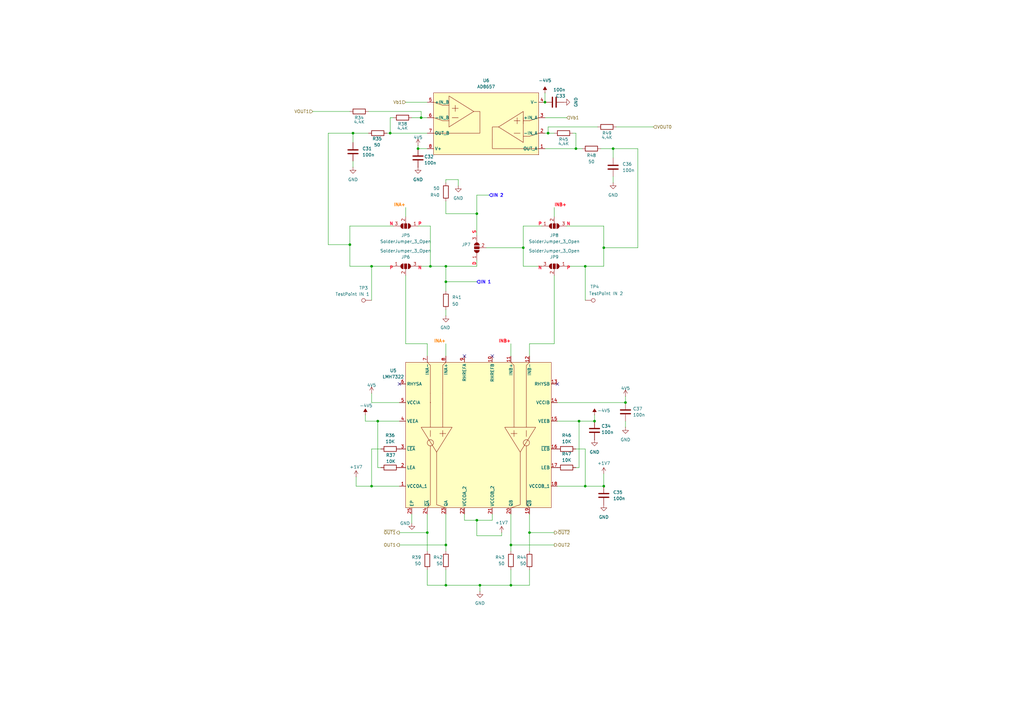
<source format=kicad_sch>
(kicad_sch (version 20231120) (generator "eeschema") (generator_version "8.0")
  (paper "A3")
  (lib_symbols
    (symbol "Connector:TestPoint" (pin_numbers hide) (pin_names (offset 0.762) hide)
      (property "Reference" "TP" (at 0 6.858 0))
      (property "Value" "TestPoint" (at 0 5.08 0))
      (symbol "TestPoint_0_1"
        (circle (center 0 3.302) (radius 0.762))
      )
      (symbol "TestPoint_1_1"
        (pin passive line (at 0 0 90) (length 2.54) (name "1") (number "1"))
      )
    )
    (symbol "Device:C" (pin_numbers hide) (pin_names (offset 0.254))
      (property "Reference" "C" (at 0.635 2.54 0))
      (property "Value" "C" (at 0.635 -2.54 0))
      (symbol "C_0_1"
        (polyline (pts (xy -2.032 -0.762) (xy 2.032 -0.762)) (stroke (width 0.508)))
        (polyline (pts (xy -2.032 0.762) (xy 2.032 0.762)) (stroke (width 0.508)))
      )
      (symbol "C_1_1"
        (pin passive line (at 0 3.81 270) (length 2.794) (name "~") (number "1"))
        (pin passive line (at 0 -3.81 90) (length 2.794) (name "~") (number "2"))
      )
    )
    (symbol "Device:R" (pin_numbers hide) (pin_names (offset 0))
      (property "Reference" "R" (at 2.032 0 90))
      (property "Value" "R" (at 0 0 90))
      (symbol "R_0_1"
        (rectangle (start -1.016 -2.54) (end 1.016 2.54) (stroke (width 0.254)))
      )
      (symbol "R_1_1"
        (pin passive line (at 0 3.81 270) (length 1.27) (name "~") (number "1"))
        (pin passive line (at 0 -3.81 90) (length 1.27) (name "~") (number "2"))
      )
    )
    (symbol "SolderJumper_3_Open_3" (pin_names (offset 0) hide) (exclude_from_sim yes) (in_bom no)
      (property "Reference" "JP" (at -2.54 -2.54 0))
      (property "Value" "SolderJumper_3_Open" (at 0 2.794 0))
      (symbol "SolderJumper_3_Open_3_0_1"
        (arc (start -1.016 1.016) (mid -2.0276 0) (end -1.016 -1.016))
        (arc (start -1.016 1.016) (mid -2.0276 0) (end -1.016 -1.016) (fill (type outline)))
        (rectangle (start -0.508 1.016) (end 0.508 -1.016) (fill (type outline)))
        (polyline (pts (xy -2.54 0) (xy -2.032 0)))
        (polyline (pts (xy -1.016 1.016) (xy -1.016 -1.016)))
        (polyline (pts (xy 0 -1.27) (xy 0 -1.016)))
        (polyline (pts (xy 1.016 1.016) (xy 1.016 -1.016)))
        (polyline (pts (xy 2.54 0) (xy 2.032 0)))
        (arc (start 1.016 -1.016) (mid 2.0276 0) (end 1.016 1.016))
        (arc (start 1.016 -1.016) (mid 2.0276 0) (end 1.016 1.016) (fill (type outline)))
      )
      (symbol "SolderJumper_3_Open_3_1_1"
        (pin passive line (at -5.08 0 0) (length 2.54) (name "A") (number "1"))
        (pin passive line (at 0 -3.81 90) (length 2.54) (name "C") (number "2"))
        (pin passive line (at 5.08 0 180) (length 2.54) (name "B") (number "3"))
      )
    )
    (symbol "power:+1V2" (power) (pin_numbers hide) (pin_names (offset 0) hide)
      (property "Value" "+1V2" (at 0 3.556 0))
      (symbol "+1V2_0_1"
        (polyline (pts (xy -0.762 1.27) (xy 0 2.54)))
        (polyline (pts (xy 0 0) (xy 0 2.54)))
        (polyline (pts (xy 0 2.54) (xy 0.762 1.27)))
      )
      (symbol "+1V2_1_1"
        (pin power_in line (at 0 0 90) (length 0) (name "~") (number "1"))
      )
    )
    (symbol "power:+8V" (power) (pin_numbers hide) (pin_names (offset 0) hide)
      (property "Value" "+8V" (at 0 3.556 0))
      (symbol "+8V_0_1"
        (polyline (pts (xy -0.762 1.27) (xy 0 2.54)))
        (polyline (pts (xy 0 0) (xy 0 2.54)))
        (polyline (pts (xy 0 2.54) (xy 0.762 1.27)))
      )
      (symbol "+8V_1_1"
        (pin power_in line (at 0 0 90) (length 0) (name "~") (number "1"))
      )
    )
    (symbol "power:-8V" (power) (pin_numbers hide) (pin_names (offset 0) hide)
      (property "Value" "-8V" (at 0 3.556 0))
      (symbol "-8V_0_0"
        (pin power_in line (at 0 0 90) (length 0) (name "~") (number "1"))
      )
      (symbol "-8V_0_1"
        (polyline (pts (xy 0 0) (xy 0 1.27) (xy 0.762 1.27) (xy 0 2.54) (xy -0.762 1.27) (xy 0 1.27)) (fill (type outline)))
      )
    )
    (symbol "power:GND" (power) (pin_numbers hide) (pin_names (offset 0) hide)
      (property "Value" "GND" (at 0 -3.81 0))
      (symbol "GND_0_1"
        (polyline (pts (xy 0 0) (xy 0 -1.27) (xy 1.27 -1.27) (xy 0 -2.54) (xy -1.27 -1.27) (xy 0 -1.27)))
      )
      (symbol "GND_1_1"
        (pin power_in line (at 0 0 270) (length 0) (name "~") (number "1"))
      )
    )
    (symbol "prova:AD8657"
      (property "Reference" "U" (at 9.906 3.556 0))
      (property "Value" "AD8657" (at 10.16 5.842 0))
      (symbol "AD8657_0_1"
        (polyline (pts (xy 12.7 17.78) (xy 12.7 20.32)))
        (polyline (pts (xy 13.97 19.05) (xy 16.51 19.05)))
        (polyline (pts (xy 13.97 24.13) (xy 16.51 24.13)))
        (polyline (pts (xy 15.24 20.32) (xy 15.24 17.78)))
        (polyline (pts (xy 16.51 19.05) (xy 16.51 19.05)))
        (polyline (pts (xy 36.83 17.78) (xy 36.83 17.78)))
        (polyline (pts (xy 39.37 13.97) (xy 41.91 13.97)))
        (polyline (pts (xy 39.37 17.78) (xy 41.91 17.78)))
        (polyline (pts (xy 40.64 15.24) (xy 40.64 12.7)))
      )
      (symbol "AD8657_1_1"
        (polyline (pts (xy 6.35 17.78) (xy 10.16 19.05)))
        (polyline (pts (xy 10.16 25.4) (xy 6.35 24.13)))
        (polyline (pts (xy 11.43 19.05) (xy 10.16 19.05)))
        (polyline (pts (xy 11.43 19.05) (xy 12.7 19.05)))
        (polyline (pts (xy 11.43 25.4) (xy 10.16 25.4)))
        (polyline (pts (xy 11.43 25.4) (xy 12.7 25.4)))
        (polyline (pts (xy 22.86 21.59) (xy 25.4 21.59) (xy 25.4 26.67)))
        (polyline (pts (xy 25.4 26.67) (xy 25.4 30.48) (xy 6.35 30.48)))
        (polyline (pts (xy 49.53 11.43) (xy 45.72 12.7) (xy 43.18 12.7)))
        (polyline (pts (xy 49.53 17.78) (xy 45.72 19.05) (xy 43.18 19.05)))
        (polyline (pts (xy 12.7 15.24) (xy 12.7 27.94) (xy 22.86 21.59) (xy 12.7 15.24)))
        (polyline (pts (xy 33.02 15.24) (xy 30.48 15.24) (xy 30.48 24.13) (xy 49.53 24.13)))
        (polyline (pts (xy 43.18 21.59) (xy 43.18 8.89) (xy 33.02 15.24) (xy 43.18 21.59)))
        (rectangle (start 6.35 33.02) (end 49.53 7.62) (fill (type background)))
        (pin output line (at 3.81 30.48 0) (length 2.54) (name "OUT_A") (number "1"))
        (pin input line (at 3.81 24.13 0) (length 2.54) (name "-IN_A") (number "2"))
        (pin input line (at 3.81 17.78 0) (length 2.54) (name "+IN_A") (number "3"))
        (pin input line (at 3.81 11.43 0) (length 2.54) (name "V-") (number "4"))
        (pin input line (at 52.07 11.43 180) (length 2.54) (name "+IN_B") (number "5"))
        (pin input line (at 52.07 17.78 180) (length 2.54) (name "-IN_B") (number "6"))
        (pin input line (at 52.07 24.13 180) (length 2.54) (name "OUT_B") (number "7"))
        (pin input line (at 52.07 30.48 180) (length 2.54) (name "V+") (number "8"))
      )
    )
    (symbol "prova:LMH7322"
      (property "Reference" "U" (at 11.684 8.89 0))
      (property "Value" "LMH7322" (at 20.32 16.51 0))
      (symbol "LMH7322_0_1"
        (circle (center -8.89 -5.08) (radius 0.0001))
        (circle (center -8.89 11.43) (radius 1.27))
        (polyline (pts (xy -8.89 -8.89) (xy -8.89 5.08)))
        (polyline (pts (xy -8.89 8.89) (xy -8.89 6.35)))
        (polyline (pts (xy -3.81 -8.89) (xy -3.81 5.08)))
        (polyline (pts (xy -3.81 8.89) (xy -3.81 6.35)))
        (polyline (pts (xy -2.54 7.62) (xy -5.08 7.62)))
        (polyline (pts (xy 25.4 8.89) (xy 25.4 6.35)))
        (polyline (pts (xy 26.67 7.62) (xy 24.13 7.62)))
        (polyline (pts (xy 30.48 -2.54) (xy 30.48 -2.54)))
        (polyline (pts (xy 30.48 8.89) (xy 30.48 6.35)))
        (polyline (pts (xy -8.89 -8.89) (xy -8.89 -20.32) (xy -10.16 -21.59)))
        (polyline (pts (xy -8.89 12.7) (xy -8.89 36.83) (xy -10.16 38.1)))
        (polyline (pts (xy -6.35 15.24) (xy -6.35 36.83) (xy -2.54 38.1)))
        (polyline (pts (xy -3.81 -8.89) (xy -3.81 -20.32) (xy -2.54 -21.59)))
        (polyline (pts (xy 27.94 15.24) (xy 27.94 36.83) (xy 24.13 38.1)))
        (polyline (pts (xy 30.48 12.7) (xy 30.48 36.83) (xy 31.75 38.1)))
        (circle (center 30.48 11.43) (radius 1.27))
      )
      (symbol "LMH7322_1_1"
        (rectangle (start -19.05 38.1) (end 40.64 -21.59) (fill (type background)))
        (polyline (pts (xy 0 5.08) (xy -12.7 5.08) (xy -6.35 15.24) (xy 0 5.08)))
        (polyline (pts (xy 24.13 -21.59) (xy 25.4 -20.32) (xy 25.4 -16.51) (xy 25.4 5.08)) (fill (type background)))
        (polyline (pts (xy 30.48 5.08) (xy 30.48 -16.51) (xy 30.48 -20.32) (xy 31.75 -21.59)) (fill (type background)))
        (polyline (pts (xy 34.29 5.08) (xy 21.59 5.08) (xy 27.94 15.24) (xy 34.29 5.08)) (fill (type background)))
        (pin input line (at -21.59 29.21 0) (length 2.54) (name "VCCOA_1") (number "1"))
        (pin input line (at 16.51 -24.13 90) (length 2.54) (name "RHREFB") (number "10"))
        (pin input line (at 24.13 -24.13 90) (length 2.54) (name "INB+") (number "11"))
        (pin input line (at 31.75 -24.13 90) (length 2.54) (name "INB-") (number "12"))
        (pin input line (at 43.18 -12.7 180) (length 2.54) (name "RHYSB") (number "13"))
        (pin input line (at 43.18 -5.08 180) (length 2.54) (name "VCCIB") (number "14"))
        (pin input line (at 43.18 2.54 180) (length 2.54) (name "VEEB") (number "15"))
        (pin input line (at 43.18 13.97 180) (length 2.54) (name "~{LEB}") (number "16"))
        (pin input line (at 43.18 21.59 180) (length 2.54) (name "LEB") (number "17"))
        (pin input line (at 43.18 29.21 180) (length 2.54) (name "VCCOB_1") (number "18"))
        (pin output line (at 31.75 40.64 270) (length 2.54) (name "~{QB}") (number "19"))
        (pin input line (at -21.59 21.59 0) (length 2.54) (name "LEA") (number "2"))
        (pin output line (at 24.13 40.64 270) (length 2.54) (name "QB") (number "20"))
        (pin input line (at 16.51 40.64 270) (length 2.54) (name "VCCOB_2") (number "21"))
        (pin input line (at 5.08 40.64 270) (length 2.54) (name "VCCOA_2") (number "22"))
        (pin output line (at -2.54 40.64 270) (length 2.54) (name "QA") (number "23"))
        (pin output line (at -10.16 40.64 270) (length 2.54) (name "~{QA}") (number "24"))
        (pin passive line (at -16.51 40.64 270) (length 2.54) (name "EP") (number "25"))
        (pin input line (at -21.59 13.97 0) (length 2.54) (name "~{LEA}") (number "3"))
        (pin input line (at -21.59 2.54 0) (length 2.54) (name "VEEA") (number "4"))
        (pin input line (at -21.59 -5.08 0) (length 2.54) (name "VCCIA") (number "5"))
        (pin input line (at -21.59 -12.7 0) (length 2.54) (name "RHYSA") (number "6"))
        (pin input line (at -10.16 -24.13 90) (length 2.54) (name "INA-") (number "7"))
        (pin input line (at -2.54 -24.13 90) (length 2.54) (name "INA+") (number "8"))
        (pin input line (at 5.08 -24.13 90) (length 2.54) (name "RHREFA") (number "9"))
      )
    )
  )
  (junction (at 209.55 223.52))
  (junction (at 160.02 54.61))
  (junction (at 196.85 240.03))
  (junction (at 240.03 199.39))
  (junction (at 195.58 213.36))
  (junction (at 209.55 240.03))
  (junction (at 182.88 109.22))
  (junction (at 251.46 60.96))
  (junction (at 171.45 60.96))
  (junction (at 175.26 218.44))
  (junction (at 176.53 109.22))
  (junction (at 256.54 165.1))
  (junction (at 247.65 101.6))
  (junction (at 214.63 101.6))
  (junction (at 240.03 109.22))
  (junction (at 217.17 218.44))
  (junction (at 182.88 240.03))
  (junction (at 237.49 172.72))
  (junction (at 144.78 54.61))
  (junction (at 224.79 54.61))
  (junction (at 223.52 41.91))
  (junction (at 236.22 60.96))
  (junction (at 243.84 172.72))
  (junction (at 182.88 115.57))
  (junction (at 182.88 223.52))
  (junction (at 154.94 172.72))
  (junction (at 195.58 87.63))
  (junction (at 247.65 199.39))
  (junction (at 143.51 100.33))
  (junction (at 152.4 199.39))
  (junction (at 152.4 109.22))
  (junction (at 172.72 48.26))
  (no_connect (at 163.83 157.48))
  (no_connect (at 190.5 146.05))
  (no_connect (at 228.6 157.48))
  (no_connect (at 201.93 146.05))
  (wire (pts (xy 205.74 218.44) (xy 205.74 219.71)))
  (wire (pts (xy 236.22 184.15) (xy 240.03 184.15)))
  (wire (pts (xy 214.63 92.71) (xy 214.63 101.6)))
  (wire (pts (xy 182.88 223.52) (xy 182.88 226.06)))
  (wire (pts (xy 182.88 127) (xy 182.88 129.54)))
  (wire (pts (xy 247.65 199.39) (xy 247.65 194.31)))
  (wire (pts (xy 182.88 115.57) (xy 195.58 115.57)))
  (wire (pts (xy 227.33 218.44) (xy 217.17 218.44)))
  (wire (pts (xy 240.03 109.22) (xy 247.65 109.22)))
  (wire (pts (xy 163.83 199.39) (xy 152.4 199.39)))
  (wire (pts (xy 182.88 223.52) (xy 163.83 223.52)))
  (wire (pts (xy 158.75 54.61) (xy 160.02 54.61)))
  (wire (pts (xy 190.5 213.36) (xy 190.5 210.82)))
  (wire (pts (xy 247.65 101.6) (xy 247.65 109.22)))
  (wire (pts (xy 199.39 101.6) (xy 214.63 101.6)))
  (wire (pts (xy 232.41 92.71) (xy 247.65 92.71)))
  (wire (pts (xy 182.88 119.38) (xy 182.88 115.57)))
  (wire (pts (xy 227.33 223.52) (xy 209.55 223.52)))
  (wire (pts (xy 217.17 240.03) (xy 209.55 240.03)))
  (wire (pts (xy 201.93 213.36) (xy 201.93 210.82)))
  (wire (pts (xy 240.03 199.39) (xy 228.6 199.39)))
  (wire (pts (xy 182.88 73.66) (xy 187.96 73.66)))
  (wire (pts (xy 175.26 60.96) (xy 171.45 60.96)))
  (wire (pts (xy 143.51 109.22) (xy 152.4 109.22)))
  (wire (pts (xy 209.55 223.52) (xy 209.55 226.06)))
  (wire (pts (xy 175.26 210.82) (xy 175.26 218.44)))
  (wire (pts (xy 236.22 54.61) (xy 236.22 60.96)))
  (wire (pts (xy 182.88 210.82) (xy 182.88 223.52)))
  (wire (pts (xy 154.94 191.77) (xy 154.94 172.72)))
  (wire (pts (xy 152.4 199.39) (xy 146.05 199.39)))
  (wire (pts (xy 190.5 213.36) (xy 195.58 213.36)))
  (wire (pts (xy 154.94 172.72) (xy 149.86 172.72)))
  (wire (pts (xy 195.58 109.22) (xy 182.88 109.22)))
  (wire (pts (xy 217.17 146.05) (xy 217.17 140.97)))
  (wire (pts (xy 152.4 165.1) (xy 163.83 165.1)))
  (wire (pts (xy 166.37 140.97) (xy 175.26 140.97)))
  (wire (pts (xy 217.17 218.44) (xy 217.17 226.06)))
  (wire (pts (xy 217.17 233.68) (xy 217.17 240.03)))
  (wire (pts (xy 195.58 80.01) (xy 195.58 87.63)))
  (wire (pts (xy 214.63 109.22) (xy 222.25 109.22)))
  (wire (pts (xy 251.46 64.77) (xy 251.46 60.96)))
  (wire (pts (xy 223.52 60.96) (xy 236.22 60.96)))
  (wire (pts (xy 134.62 100.33) (xy 134.62 54.61)))
  (wire (pts (xy 222.25 92.71) (xy 214.63 92.71)))
  (wire (pts (xy 149.86 170.18) (xy 149.86 172.72)))
  (wire (pts (xy 182.88 82.55) (xy 182.88 87.63)))
  (wire (pts (xy 176.53 109.22) (xy 171.45 109.22)))
  (wire (pts (xy 144.78 58.42) (xy 144.78 54.61)))
  (wire (pts (xy 146.05 195.58) (xy 146.05 199.39)))
  (wire (pts (xy 224.79 54.61) (xy 227.33 54.61)))
  (wire (pts (xy 196.85 240.03) (xy 196.85 242.57)))
  (wire (pts (xy 134.62 54.61) (xy 144.78 54.61)))
  (wire (pts (xy 243.84 170.18) (xy 243.84 172.72)))
  (wire (pts (xy 247.65 199.39) (xy 240.03 199.39)))
  (wire (pts (xy 224.79 52.07) (xy 245.11 52.07)))
  (wire (pts (xy 128.27 45.72) (xy 143.51 45.72)))
  (wire (pts (xy 228.6 165.1) (xy 256.54 165.1)))
  (wire (pts (xy 160.02 54.61) (xy 160.02 48.26)))
  (wire (pts (xy 236.22 191.77) (xy 237.49 191.77)))
  (wire (pts (xy 217.17 140.97) (xy 227.33 140.97)))
  (wire (pts (xy 256.54 172.72) (xy 256.54 175.26)))
  (wire (pts (xy 152.4 184.15) (xy 156.21 184.15)))
  (wire (pts (xy 240.03 109.22) (xy 240.03 123.19)))
  (wire (pts (xy 246.38 60.96) (xy 251.46 60.96)))
  (wire (pts (xy 232.41 109.22) (xy 240.03 109.22)))
  (wire (pts (xy 224.79 54.61) (xy 223.52 54.61)))
  (wire (pts (xy 175.26 146.05) (xy 175.26 140.97)))
  (wire (pts (xy 267.97 52.07) (xy 252.73 52.07)))
  (wire (pts (xy 175.26 218.44) (xy 175.26 226.06)))
  (wire (pts (xy 214.63 101.6) (xy 214.63 109.22)))
  (wire (pts (xy 182.88 140.97) (xy 182.88 146.05)))
  (wire (pts (xy 261.62 60.96) (xy 251.46 60.96)))
  (wire (pts (xy 247.65 101.6) (xy 261.62 101.6)))
  (wire (pts (xy 166.37 85.09) (xy 166.37 88.9)))
  (wire (pts (xy 143.51 92.71) (xy 161.29 92.71)))
  (wire (pts (xy 163.83 172.72) (xy 154.94 172.72)))
  (wire (pts (xy 195.58 87.63) (xy 195.58 96.52)))
  (wire (pts (xy 247.65 92.71) (xy 247.65 101.6)))
  (wire (pts (xy 143.51 100.33) (xy 134.62 100.33)))
  (wire (pts (xy 209.55 210.82) (xy 209.55 223.52)))
  (wire (pts (xy 166.37 41.91) (xy 175.26 41.91)))
  (wire (pts (xy 152.4 184.15) (xy 152.4 199.39)))
  (wire (pts (xy 166.37 113.03) (xy 166.37 140.97)))
  (wire (pts (xy 171.45 92.71) (xy 176.53 92.71)))
  (wire (pts (xy 195.58 213.36) (xy 195.58 219.71)))
  (wire (pts (xy 143.51 92.71) (xy 143.51 100.33)))
  (wire (pts (xy 209.55 233.68) (xy 209.55 240.03)))
  (wire (pts (xy 152.4 161.29) (xy 152.4 165.1)))
  (wire (pts (xy 224.79 54.61) (xy 224.79 52.07)))
  (wire (pts (xy 240.03 184.15) (xy 240.03 199.39)))
  (wire (pts (xy 236.22 60.96) (xy 238.76 60.96)))
  (wire (pts (xy 256.54 162.56) (xy 256.54 165.1)))
  (wire (pts (xy 195.58 213.36) (xy 201.93 213.36)))
  (wire (pts (xy 182.88 87.63) (xy 195.58 87.63)))
  (wire (pts (xy 172.72 48.26) (xy 172.72 45.72)))
  (wire (pts (xy 227.33 85.09) (xy 227.33 88.9)))
  (wire (pts (xy 195.58 80.01) (xy 200.66 80.01)))
  (wire (pts (xy 144.78 66.04) (xy 144.78 68.58)))
  (wire (pts (xy 143.51 100.33) (xy 143.51 109.22)))
  (wire (pts (xy 182.88 109.22) (xy 176.53 109.22)))
  (wire (pts (xy 195.58 219.71) (xy 205.74 219.71)))
  (wire (pts (xy 182.88 73.66) (xy 182.88 74.93)))
  (wire (pts (xy 261.62 101.6) (xy 261.62 60.96)))
  (wire (pts (xy 156.21 191.77) (xy 154.94 191.77)))
  (wire (pts (xy 175.26 218.44) (xy 163.83 218.44)))
  (wire (pts (xy 223.52 38.1) (xy 223.52 41.91)))
  (wire (pts (xy 234.95 54.61) (xy 236.22 54.61)))
  (wire (pts (xy 182.88 240.03) (xy 175.26 240.03)))
  (wire (pts (xy 195.58 106.68) (xy 195.58 109.22)))
  (wire (pts (xy 152.4 109.22) (xy 152.4 123.19)))
  (wire (pts (xy 187.96 73.66) (xy 187.96 76.2)))
  (wire (pts (xy 175.26 233.68) (xy 175.26 240.03)))
  (wire (pts (xy 168.91 48.26) (xy 172.72 48.26)))
  (wire (pts (xy 228.6 172.72) (xy 237.49 172.72)))
  (wire (pts (xy 196.85 240.03) (xy 182.88 240.03)))
  (wire (pts (xy 209.55 240.03) (xy 196.85 240.03)))
  (wire (pts (xy 160.02 54.61) (xy 175.26 54.61)))
  (wire (pts (xy 227.33 113.03) (xy 227.33 140.97)))
  (wire (pts (xy 151.13 45.72) (xy 172.72 45.72)))
  (wire (pts (xy 152.4 109.22) (xy 161.29 109.22)))
  (wire (pts (xy 171.45 59.69) (xy 171.45 60.96)))
  (wire (pts (xy 182.88 233.68) (xy 182.88 240.03)))
  (wire (pts (xy 217.17 210.82) (xy 217.17 218.44)))
  (wire (pts (xy 144.78 54.61) (xy 151.13 54.61)))
  (wire (pts (xy 237.49 191.77) (xy 237.49 172.72)))
  (wire (pts (xy 251.46 72.39) (xy 251.46 74.93)))
  (wire (pts (xy 223.52 48.26) (xy 232.41 48.26)))
  (wire (pts (xy 168.91 210.82) (xy 168.91 214.63)))
  (wire (pts (xy 176.53 92.71) (xy 176.53 109.22)))
  (wire (pts (xy 172.72 48.26) (xy 175.26 48.26)))
  (wire (pts (xy 209.55 140.97) (xy 209.55 146.05)))
  (wire (pts (xy 182.88 109.22) (xy 182.88 115.57)))
  (wire (pts (xy 160.02 48.26) (xy 161.29 48.26)))
  (wire (pts (xy 243.84 172.72) (xy 237.49 172.72)))
  (text "N" (at 172.212 109.982 0) (effects (font (size 1.27 1.27) (thickness 0.254) (bold yes))))
  (text "N" (at 160.528 91.948 0) (effects (font (size 1.27 1.27) (thickness 0.254) (bold yes))))
  (text "P\n" (at 160.528 109.982 0) (effects (font (size 1.27 1.27) (thickness 0.254) (bold yes))))
  (text "N" (at 221.488 109.982 0) (effects (font (size 1.27 1.27) (thickness 0.254) (bold yes))))
  (text "S" (at 194.564 95.25 90) (effects (font (size 1.27 1.27) (thickness 0.254) (bold yes))))
  (text "P\n" (at 233.172 109.982 0) (effects (font (size 1.27 1.27) (thickness 0.254) (bold yes))))
  (text "P\n" (at 172.212 91.948 0) (effects (font (size 1.27 1.27) (thickness 0.254) (bold yes))))
  (text "P\n" (at 221.488 91.948 0) (effects (font (size 1.27 1.27) (thickness 0.254) (bold yes))))
  (text "N" (at 233.172 91.948 0) (effects (font (size 1.27 1.27) (thickness 0.254) (bold yes))))
  (text "D" (at 194.564 108.204 90) (effects (font (size 1.27 1.27) (thickness 0.254) (bold yes))))
  (label "INA+" (at 166.37 85.09 180) (effects (font (thickness 0.254) (bold yes))))
  (label "INA+" (at 182.88 140.97 180) (effects (font (thickness 0.254) (bold yes))))
  (label "INB+" (at 209.55 140.97 180) (effects (font (thickness 0.254) (bold yes))))
  (label "INB+" (at 227.33 85.09 0) (effects (font (thickness 0.254) (bold yes))))
  (hierarchical_label "Vb1" (shape input) (at 232.41 48.26 0))
  (hierarchical_label "VOUT1" (shape input) (at 128.27 45.72 180))
  (hierarchical_label "IN 1" (shape input) (at 195.58 115.57 0) (effects (font (thickness 0.254) (bold yes))))
  (hierarchical_label "IN 2" (shape input) (at 200.66 80.01 0) (effects (font (thickness 0.254) (bold yes))))
  (hierarchical_label "~{OUT2}" (shape output) (at 227.33 218.44 0))
  (hierarchical_label "~{OUT1}" (shape output) (at 163.83 218.44 180))
  (hierarchical_label "OUT2" (shape output) (at 227.33 223.52 0))
  (hierarchical_label "Vb1" (shape input) (at 166.37 41.91 180))
  (hierarchical_label "VOUT0" (shape input) (at 267.97 52.07 0))
  (hierarchical_label "OUT1" (shape output) (at 163.83 223.52 180))
  (symbol (lib_id "power:GND") (at 144.78 68.58 0) (unit 1)
    (property "Reference" "#PWR067" (effects (hide yes)))
    (property "Value" "GND" (at 144.78 73.66 0))
    (property "Description" "Power symbol creates a global label with name \"GND\" , ground" (effects (hide yes)))
  )
  (symbol (lib_id "Device:R") (at 232.41 191.77 270) (mirror x) (unit 1)
    (property "Reference" "R47" (at 232.41 186.182 90))
    (property "Value" "10K" (at 232.41 188.722 90))
    (property "Footprint" "Resistor_SMD:R_0603_1608Metric_Pad0.98x0.95mm_HandSolder" (effects (hide yes)))
    (property "Description" "Resistor" (effects (hide yes)))
  )
  (symbol (lib_id "power:GND") (at 187.96 76.2 0) (unit 1)
    (property "Reference" "#PWR075" (effects (hide yes)))
    (property "Value" "GND" (at 187.96 81.28 0))
    (property "Description" "Power symbol creates a global label with name \"GND\" , ground" (effects (hide yes)))
  )
  (symbol (lib_id "Device:R") (at 175.26 229.87 0) (mirror y) (unit 1)
    (property "Reference" "R39" (at 172.72 228.5999 0) (effects (justify left)))
    (property "Value" "50" (at 172.72 231.1399 0) (effects (justify left)))
    (property "Footprint" "Resistor_SMD:R_0603_1608Metric_Pad0.98x0.95mm_HandSolder" (effects (hide yes)))
    (property "Description" "Resistor" (effects (hide yes)))
  )
  (symbol (lib_id "Device:C") (at 243.84 176.53 0) (unit 1)
    (property "Reference" "C34" (at 246.634 174.752 0) (effects (justify left)))
    (property "Value" "100n" (at 246.634 177.292 0) (effects (justify left)))
    (property "Footprint" "Capacitor_SMD:C_0603_1608Metric_Pad1.08x0.95mm_HandSolder" (effects (hide yes)))
    (property "Description" "Unpolarized capacitor" (effects (hide yes)))
  )
  (symbol (lib_id "prova:AD8657") (at 227.33 30.48 180) (unit 1)
    (property "Reference" "U6" (at 199.39 33.02 0))
    (property "Value" "AD8657" (at 199.39 35.56 0))
    (property "Footprint" "SamacSys_Parts:SOP65P490X110-8N" (effects (hide yes)))
  )
  (symbol (lib_id "power:GND") (at 256.54 175.26 0) (unit 1)
    (property "Reference" "#PWR086" (effects (hide yes)))
    (property "Value" "GND" (at 256.54 180.34 0))
    (property "Description" "Power symbol creates a global label with name \"GND\" , ground" (effects (hide yes)))
  )
  (symbol (lib_id "power:+8V") (at 256.54 162.56 0) (mirror y) (unit 1)
    (property "Reference" "#PWR080" (effects (hide yes)))
    (property "Value" "4V5" (at 256.54 159.258 0))
    (property "Description" "Power symbol creates a global label with name \"+8V\"" (effects (hide yes)))
  )
  (symbol (lib_id "Device:R") (at 182.88 123.19 180) (unit 1)
    (property "Reference" "R41" (at 185.42 121.9199 0) (effects (justify right)))
    (property "Value" "50" (at 185.42 124.714 0) (effects (justify right)))
    (property "Footprint" "Resistor_SMD:R_0603_1608Metric_Pad0.98x0.95mm_HandSolder" (effects (hide yes)))
    (property "Description" "Resistor" (effects (hide yes)))
  )
  (symbol (lib_id "power:+1V2") (at 146.05 195.58 0) (mirror y) (unit 1)
    (property "Reference" "#PWR068" (effects (hide yes)))
    (property "Value" "+1V7" (at 146.05 191.516 0))
    (property "Description" "Power symbol creates a global label with name \"+1V2\"" (effects (hide yes)))
  )
  (symbol (lib_id "Device:R") (at 182.88 78.74 0) (unit 1)
    (property "Reference" "R40" (at 180.34 80.0101 0) (effects (justify right)))
    (property "Value" "50" (at 180.34 77.216 0) (effects (justify right)))
    (property "Footprint" "Resistor_SMD:R_0603_1608Metric_Pad0.98x0.95mm_HandSolder" (effects (hide yes)))
    (property "Description" "Resistor" (effects (hide yes)))
  )
  (symbol (lib_id "Device:R") (at 242.57 60.96 270) (unit 1)
    (property "Reference" "R48" (at 242.57 63.754 90))
    (property "Value" "50" (at 242.57 66.294 90))
    (property "Footprint" "Resistor_SMD:R_0603_1608Metric_Pad0.98x0.95mm_HandSolder" (effects (hide yes)))
    (property "Description" "Resistor" (effects (hide yes)))
  )
  (symbol (lib_id "Device:C") (at 256.54 168.91 0) (unit 1)
    (property "Reference" "C37" (at 259.588 167.64 0) (effects (justify left)))
    (property "Value" "100n" (at 259.588 170.18 0) (effects (justify left)))
    (property "Footprint" "Capacitor_SMD:C_0603_1608Metric_Pad1.08x0.95mm_HandSolder" (effects (hide yes)))
    (property "Description" "Unpolarized capacitor" (effects (hide yes)))
  )
  (symbol (lib_name "SolderJumper_3_Open_3") (lib_id "Jumper:SolderJumper_3_Open") (at 195.58 101.6 90) (unit 1) (exclude_from_sim yes) (in_bom no)
    (property "Reference" "JP7" (at 193.04 100.3299 90) (effects (justify left)))
    (property "Value" "SolderJumper_3_Open" (effects (hide yes)))
    (property "Footprint" "Jumper:SolderJumper-3_P1.3mm_Open_RoundedPad1.0x1.5mm_NumberLabels" (effects (hide yes)))
    (property "Description" "Solder Jumper, 3-pole, open" (effects (hide yes)))
  )
  (symbol (lib_id "power:GND") (at 251.46 74.93 0) (unit 1)
    (property "Reference" "#PWR085" (effects (hide yes)))
    (property "Value" "GND" (at 251.46 80.01 0))
    (property "Description" "Power symbol creates a global label with name \"GND\" , ground" (effects (hide yes)))
  )
  (symbol (lib_id "power:GND") (at 231.14 41.91 90) (unit 1)
    (property "Reference" "#PWR079" (effects (hide yes)))
    (property "Value" "GND" (at 236.22 41.91 0))
    (property "Description" "Power symbol creates a global label with name \"GND\" , ground" (effects (hide yes)))
  )
  (symbol (lib_id "power:-8V") (at 149.86 170.18 0) (mirror y) (unit 1)
    (property "Reference" "#PWR069" (effects (hide yes)))
    (property "Value" "-4V5" (at 150.114 166.37 0))
    (property "Description" "Power symbol creates a global label with name \"-8V\"" (effects (hide yes)))
  )
  (symbol (lib_id "Device:R") (at 154.94 54.61 90) (unit 1)
    (property "Reference" "R35" (at 154.686 56.896 90))
    (property "Value" "50" (at 154.686 59.436 90))
    (property "Footprint" "Resistor_SMD:R_0603_1608Metric_Pad0.98x0.95mm_HandSolder" (effects (hide yes)))
    (property "Description" "Resistor" (effects (hide yes)))
  )
  (symbol (lib_id "power:-8V") (at 223.52 38.1 0) (unit 1)
    (property "Reference" "#PWR078" (effects (hide yes)))
    (property "Value" "-4V5" (at 223.52 33.02 0))
    (property "Description" "Power symbol creates a global label with name \"-8V\"" (effects (hide yes)))
  )
  (symbol (lib_id "power:+1V2") (at 205.74 218.44 0) (mirror y) (unit 1)
    (property "Reference" "#PWR077" (effects (hide yes)))
    (property "Value" "+1V7" (at 205.74 214.376 0))
    (property "Description" "Power symbol creates a global label with name \"+1V2\"" (effects (hide yes)))
  )
  (symbol (lib_id "Device:R") (at 248.92 52.07 270) (unit 1)
    (property "Reference" "R49" (at 248.92 54.61 90))
    (property "Value" "4.4K" (at 248.92 56.388 90))
    (property "Footprint" "Resistor_SMD:R_0603_1608Metric_Pad0.98x0.95mm_HandSolder" (effects (hide yes)))
    (property "Description" "Resistor" (effects (hide yes)))
  )
  (symbol (lib_id "power:GND") (at 243.84 180.34 0) (unit 1)
    (property "Reference" "#PWR082" (effects (hide yes)))
    (property "Value" "GND" (at 243.84 185.42 0))
    (property "Description" "Power symbol creates a global label with name \"GND\" , ground" (effects (hide yes)))
  )
  (symbol (lib_id "power:+1V2") (at 247.65 194.31 0) (mirror y) (unit 1)
    (property "Reference" "#PWR083" (effects (hide yes)))
    (property "Value" "+1V7" (at 247.65 189.992 0))
    (property "Description" "Power symbol creates a global label with name \"+1V2\"" (effects (hide yes)))
  )
  (symbol (lib_id "prova:LMH7322") (at 185.42 170.18 0) (mirror x) (unit 1)
    (property "Reference" "U5" (at 161.29 151.9838 0))
    (property "Value" "LMH7322" (at 161.29 154.5238 0))
    (property "Footprint" "SamacSys_Parts:QFN50P400X400X80-25N" (effects (hide yes)))
  )
  (symbol (lib_id "Device:C") (at 247.65 203.2 0) (unit 1)
    (property "Reference" "C35" (at 251.46 201.9299 0) (effects (justify left)))
    (property "Value" "100n" (at 251.46 204.4699 0) (effects (justify left)))
    (property "Footprint" "Capacitor_SMD:C_0603_1608Metric_Pad1.08x0.95mm_HandSolder" (effects (hide yes)))
    (property "Description" "Unpolarized capacitor" (effects (hide yes)))
  )
  (symbol (lib_id "power:GND") (at 247.65 207.01 0) (unit 1)
    (property "Reference" "#PWR084" (effects (hide yes)))
    (property "Value" "GND" (at 247.65 212.09 0))
    (property "Description" "Power symbol creates a global label with name \"GND\" , ground" (effects (hide yes)))
  )
  (symbol (lib_name "SolderJumper_3_Open_3") (lib_id "Jumper:SolderJumper_3_Open") (at 166.37 109.22 0) (unit 1) (exclude_from_sim yes) (in_bom no)
    (property "Reference" "JP6" (at 166.37 105.41 0))
    (property "Value" "SolderJumper_3_Open" (at 166.37 102.87 0))
    (property "Footprint" "Jumper:SolderJumper-3_P1.3mm_Open_RoundedPad1.0x1.5mm_NumberLabels" (effects (hide yes)))
    (property "Description" "Solder Jumper, 3-pole, open" (effects (hide yes)))
  )
  (symbol (lib_id "Device:R") (at 231.14 54.61 270) (unit 1)
    (property "Reference" "R45" (at 231.14 57.15 90))
    (property "Value" "4.4K" (at 231.14 58.928 90))
    (property "Footprint" "Resistor_SMD:R_0603_1608Metric_Pad0.98x0.95mm_HandSolder" (effects (hide yes)))
    (property "Description" "Resistor" (effects (hide yes)))
  )
  (symbol (lib_id "power:+8V") (at 171.45 59.69 0) (unit 1)
    (property "Reference" "#PWR072" (effects (hide yes)))
    (property "Value" "4V5" (at 171.45 56.388 0))
    (property "Description" "Power symbol creates a global label with name \"+8V\"" (effects (hide yes)))
  )
  (symbol (lib_id "Device:R") (at 160.02 191.77 270) (mirror x) (unit 1)
    (property "Reference" "R37" (at 160.274 186.69 90))
    (property "Value" "10K" (at 160.274 189.23 90))
    (property "Footprint" "Resistor_SMD:R_0603_1608Metric_Pad0.98x0.95mm_HandSolder" (effects (hide yes)))
    (property "Description" "Resistor" (effects (hide yes)))
  )
  (symbol (lib_id "Device:C") (at 227.33 41.91 90) (unit 1)
    (property "Reference" "C33" (at 231.902 39.37 90) (effects (justify left)))
    (property "Value" "100n" (at 231.902 36.83 90) (effects (justify left)))
    (property "Footprint" "Capacitor_SMD:C_0603_1608Metric_Pad1.08x0.95mm_HandSolder" (effects (hide yes)))
    (property "Description" "Unpolarized capacitor" (effects (hide yes)))
  )
  (symbol (lib_id "Device:C") (at 144.78 62.23 0) (unit 1)
    (property "Reference" "C31" (at 148.59 60.9599 0) (effects (justify left)))
    (property "Value" "100n" (at 148.59 63.4999 0) (effects (justify left)))
    (property "Footprint" "Capacitor_SMD:C_0603_1608Metric_Pad1.08x0.95mm_HandSolder" (effects (hide yes)))
    (property "Description" "Unpolarized capacitor" (effects (hide yes)))
  )
  (symbol (lib_id "Connector:TestPoint") (at 152.4 123.19 90) (unit 1)
    (property "Reference" "TP3" (at 149.098 118.11 90))
    (property "Value" "TestPoint IN 1" (at 144.526 120.65 90))
    (property "Footprint" "TestPoint:TestPoint_Pad_D1.0mm" (effects (hide yes)))
    (property "Description" "test point" (effects (hide yes)))
  )
  (symbol (lib_id "power:GND") (at 182.88 129.54 0) (unit 1)
    (property "Reference" "#PWR074" (effects (hide yes)))
    (property "Value" "GND" (at 182.626 134.366 0))
    (property "Description" "Power symbol creates a global label with name \"GND\" , ground" (effects (hide yes)))
  )
  (symbol (lib_id "Device:R") (at 165.1 48.26 90) (unit 1)
    (property "Reference" "R38" (at 165.1 50.8 90))
    (property "Value" "4.4K" (at 165.1 52.578 90))
    (property "Footprint" "Resistor_SMD:R_0603_1608Metric_Pad0.98x0.95mm_HandSolder" (effects (hide yes)))
    (property "Description" "Resistor" (effects (hide yes)))
  )
  (symbol (lib_name "SolderJumper_3_Open_3") (lib_id "Jumper:SolderJumper_3_Open") (at 227.33 109.22 0) (mirror y) (unit 1) (exclude_from_sim yes) (in_bom no)
    (property "Reference" "JP9" (at 227.33 105.41 0))
    (property "Value" "SolderJumper_3_Open" (at 227.33 102.87 0))
    (property "Footprint" "Jumper:SolderJumper-3_P1.3mm_Open_RoundedPad1.0x1.5mm_NumberLabels" (effects (hide yes)))
    (property "Description" "Solder Jumper, 3-pole, open" (effects (hide yes)))
  )
  (symbol (lib_id "power:GND") (at 168.91 214.63 0) (mirror y) (unit 1)
    (property "Reference" "#PWR071" (effects (hide yes)))
    (property "Value" "GND" (at 166.116 214.63 0))
    (property "Description" "Power symbol creates a global label with name \"GND\" , ground" (effects (hide yes)))
  )
  (symbol (lib_id "power:+8V") (at 152.4 161.29 0) (mirror y) (unit 1)
    (property "Reference" "#PWR070" (effects (hide yes)))
    (property "Value" "4V5" (at 152.4 157.988 0))
    (property "Description" "Power symbol creates a global label with name \"+8V\"" (effects (hide yes)))
  )
  (symbol (lib_id "power:-8V") (at 243.84 170.18 0) (mirror y) (unit 1)
    (property "Reference" "#PWR081" (effects (hide yes)))
    (property "Value" "-4V5" (at 247.65 168.402 0))
    (property "Description" "Power symbol creates a global label with name \"-8V\"" (effects (hide yes)))
  )
  (symbol (lib_id "Connector:TestPoint") (at 240.03 123.19 270) (unit 1)
    (property "Reference" "TP4" (at 242.062 117.602 90) (effects (justify left)))
    (property "Value" "TestPoint IN 2" (at 241.554 120.396 90) (effects (justify left)))
    (property "Footprint" "TestPoint:TestPoint_Pad_D1.0mm" (effects (hide yes)))
    (property "Description" "test point" (effects (hide yes)))
  )
  (symbol (lib_id "Device:R") (at 232.41 184.15 270) (mirror x) (unit 1)
    (property "Reference" "R46" (at 232.41 178.562 90))
    (property "Value" "10K" (at 232.41 181.102 90))
    (property "Footprint" "Resistor_SMD:R_0603_1608Metric_Pad0.98x0.95mm_HandSolder" (effects (hide yes)))
    (property "Description" "Resistor" (effects (hide yes)))
  )
  (symbol (lib_id "Device:R") (at 160.02 184.15 270) (mirror x) (unit 1)
    (property "Reference" "R36" (at 160.02 178.562 90))
    (property "Value" "10K" (at 160.02 181.102 90))
    (property "Footprint" "Resistor_SMD:R_0603_1608Metric_Pad0.98x0.95mm_HandSolder" (effects (hide yes)))
    (property "Description" "Resistor" (effects (hide yes)))
  )
  (symbol (lib_id "Device:R") (at 209.55 229.87 0) (mirror y) (unit 1)
    (property "Reference" "R43" (at 207.01 228.5999 0) (effects (justify left)))
    (property "Value" "50" (at 207.01 231.1399 0) (effects (justify left)))
    (property "Footprint" "Resistor_SMD:R_0603_1608Metric_Pad0.98x0.95mm_HandSolder" (effects (hide yes)))
    (property "Description" "Resistor" (effects (hide yes)))
  )
  (symbol (lib_id "power:GND") (at 196.85 242.57 0) (mirror y) (unit 1)
    (property "Reference" "#PWR076" (effects (hide yes)))
    (property "Value" "GND" (at 196.85 247.396 0))
    (property "Description" "Power symbol creates a global label with name \"GND\" , ground" (effects (hide yes)))
  )
  (symbol (lib_name "SolderJumper_3_Open_3") (lib_id "Jumper:SolderJumper_3_Open") (at 227.33 92.71 0) (mirror x) (unit 1) (exclude_from_sim yes) (in_bom no)
    (property "Reference" "JP8" (at 227.33 96.52 0))
    (property "Value" "SolderJumper_3_Open" (at 227.33 99.06 0))
    (property "Footprint" "Jumper:SolderJumper-3_P1.3mm_Open_RoundedPad1.0x1.5mm_NumberLabels" (effects (hide yes)))
    (property "Description" "Solder Jumper, 3-pole, open" (effects (hide yes)))
  )
  (symbol (lib_id "Device:C") (at 251.46 68.58 0) (unit 1)
    (property "Reference" "C36" (at 255.27 67.3099 0) (effects (justify left)))
    (property "Value" "100n" (at 255.27 69.8499 0) (effects (justify left)))
    (property "Footprint" "Capacitor_SMD:C_0603_1608Metric_Pad1.08x0.95mm_HandSolder" (effects (hide yes)))
    (property "Description" "Unpolarized capacitor" (effects (hide yes)))
  )
  (symbol (lib_id "Device:R") (at 182.88 229.87 0) (mirror y) (unit 1)
    (property "Reference" "R42" (at 181.61 228.6 0) (effects (justify left)))
    (property "Value" "50" (at 181.61 231.14 0) (effects (justify left)))
    (property "Footprint" "Resistor_SMD:R_0603_1608Metric_Pad0.98x0.95mm_HandSolder" (effects (hide yes)))
    (property "Description" "Resistor" (effects (hide yes)))
  )
  (symbol (lib_id "power:GND") (at 171.45 68.58 0) (unit 1)
    (property "Reference" "#PWR073" (effects (hide yes)))
    (property "Value" "GND" (at 171.45 73.66 0))
    (property "Description" "Power symbol creates a global label with name \"GND\" , ground" (effects (hide yes)))
  )
  (symbol (lib_id "Device:R") (at 217.17 229.87 0) (mirror y) (unit 1)
    (property "Reference" "R44" (at 215.9 228.6 0) (effects (justify left)))
    (property "Value" "50" (at 215.9 231.14 0) (effects (justify left)))
    (property "Footprint" "Resistor_SMD:R_0603_1608Metric_Pad0.98x0.95mm_HandSolder" (effects (hide yes)))
    (property "Description" "Resistor" (effects (hide yes)))
  )
  (symbol (lib_name "SolderJumper_3_Open_3") (lib_id "Jumper:SolderJumper_3_Open") (at 166.37 92.71 180) (unit 1) (exclude_from_sim yes) (in_bom no)
    (property "Reference" "JP5" (at 166.37 96.52 0))
    (property "Value" "SolderJumper_3_Open" (at 166.37 99.06 0))
    (property "Footprint" "Jumper:SolderJumper-3_P1.3mm_Open_RoundedPad1.0x1.5mm_NumberLabels" (effects (hide yes)))
    (property "Description" "Solder Jumper, 3-pole, open" (effects (hide yes)))
  )
  (symbol (lib_id "Device:R") (at 147.32 45.72 270) (unit 1)
    (property "Reference" "R34" (at 147.32 48.26 90))
    (property "Value" "4.4K" (at 147.32 50.038 90))
    (property "Footprint" "Resistor_SMD:R_0603_1608Metric_Pad0.98x0.95mm_HandSolder" (effects (hide yes)))
    (property "Description" "Resistor" (effects (hide yes)))
  )
  (symbol (lib_id "Device:C") (at 171.45 64.77 0) (unit 1)
    (property "Reference" "C32" (at 173.99 64.262 0) (effects (justify left)))
    (property "Value" "100n" (at 173.99 66.802 0) (effects (justify left)))
    (property "Footprint" "Capacitor_SMD:C_0603_1608Metric_Pad1.08x0.95mm_HandSolder" (effects (hide yes)))
    (property "Description" "Unpolarized capacitor" (effects (hide yes)))
  )
)
</source>
